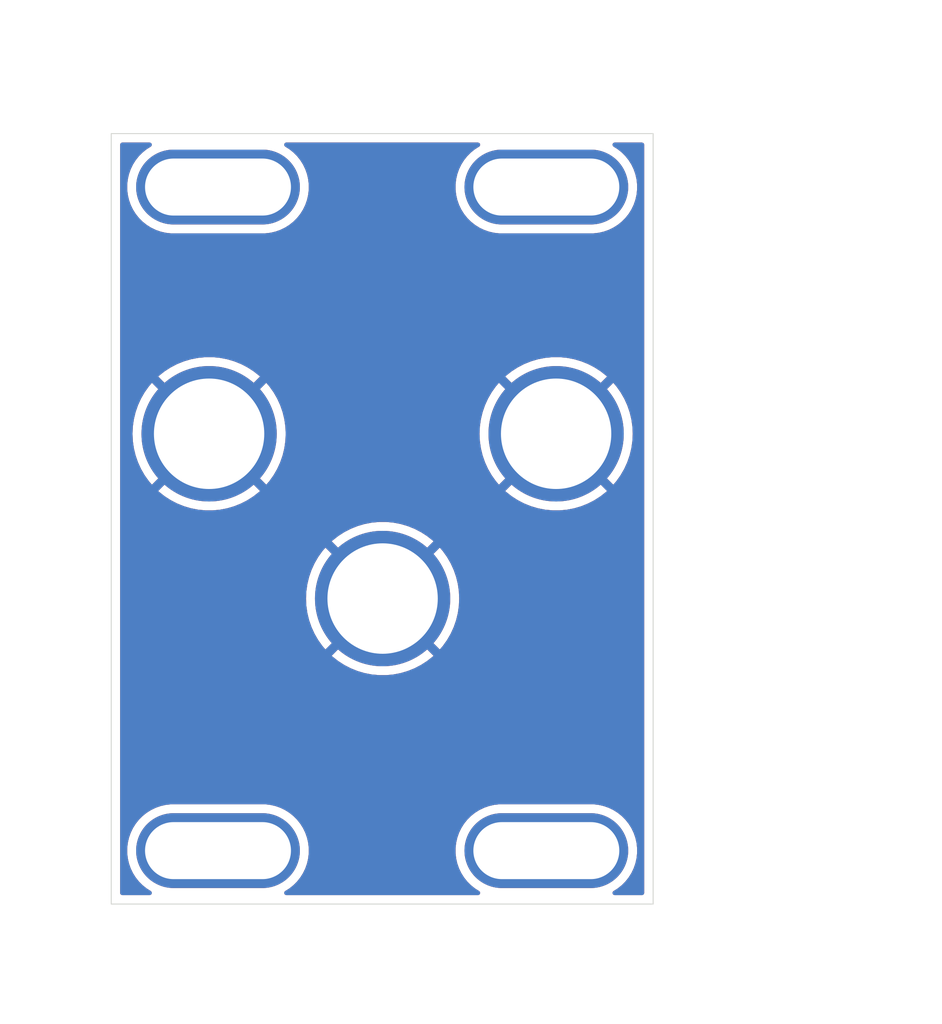
<source format=kicad_pcb>
(kicad_pcb (version 20240108) (generator "pcbnew") (generator_version "8.0")
  (layers (0 "F.Cu" signal) (31 "B.Cu" signal) (34 "B.Paste" user) (35 "F.Paste" user) (36 "B.SilkS" user "B.Silkscreen") (37 "F.SilkS" user "F.Silkscreen") (38 "B.Mask" user) (39 "F.Mask" user) (44 "Edge.Cuts" user))
  (net 0 "")
  (net 3 "GND")
  (footprint "Custom_FP:Wider_M3" (layer "F.Cu") (at 124.45 115.25)
    (property "Reference" "J6" (hide yes))
    (property "Value" "Screw_Terminal_01x01")
    (pad "1" thru_hole oval (at 0 0) (size 9.2 4.2) (drill oval 8.2 3.2) (layers "*.Cu" "*.Mask"))
  )
  (footprint "Custom_FP:JackHole_3.5mm" (layer "F.Cu") (at 105.5 91.85)
    (property "Reference" "J1" (hide yes))
    (property "Value" "Screw_Terminal_01x01")
    (pad "1" thru_hole circle (at 0 0) (size 7.6 7.6) (drill 6.2) (layers "*.Cu" "*.Mask") (net 3 "GND"))
  )
  (footprint "Custom_FP:Wider_M3" (layer "F.Cu") (at 124.45 78)
    (property "Reference" "J7" (hide yes))
    (property "Value" "Screw_Terminal_01x01")
    (pad "1" thru_hole oval (at 0 0) (size 9.2 4.2) (drill oval 8.2 3.2) (layers "*.Cu" "*.Mask"))
  )
  (footprint "Custom_FP:Wider_M3" (layer "F.Cu") (at 106 115.25)
    (property "Reference" "J5" (hide yes))
    (property "Value" "Screw_Terminal_01x01")
    (pad "1" thru_hole oval (at 0 0) (size 9.2 4.2) (drill oval 8.2 3.2) (layers "*.Cu" "*.Mask"))
  )
  (footprint "Custom_FP:Wider_M3" (layer "F.Cu") (at 106 78)
    (property "Reference" "J4" (hide yes))
    (property "Value" "Screw_Terminal_01x01")
    (pad "1" thru_hole oval (at 0 0) (size 9.2 4.2) (drill oval 8.2 3.2) (layers "*.Cu" "*.Mask"))
  )
  (footprint "Custom_FP:JackHole_3.5mm" (layer "F.Cu") (at 125 91.85)
    (property "Reference" "J3" (hide yes))
    (property "Value" "Screw_Terminal_01x01")
    (pad "1" thru_hole circle (at 0 0) (size 7.6 7.6) (drill 6.2) (layers "*.Cu" "*.Mask") (net 3 "GND"))
  )
  (footprint "Custom_FP:JackHole_3.5mm" (layer "F.Cu") (at 115.25 101.1)
    (property "Reference" "J2" (hide yes))
    (property "Value" "Screw_Terminal_01x01")
    (pad "1" thru_hole circle (at 0 0) (size 7.6 7.6) (drill 6.2) (layers "*.Cu" "*.Mask") (net 3 "GND"))
  )
  (gr_line (start 100 75) (end 100 118.25) (stroke (width 0.05)) (layer "Edge.Cuts"))
  (gr_line (start 130.45 75) (end 100 75) (stroke (width 0.05)) (layer "Edge.Cuts"))
  (gr_line (start 130.45 118.25) (end 130.45 75) (stroke (width 0.05)) (layer "Edge.Cuts"))
  (gr_line (start 100 118.25) (end 130.45 118.25) (stroke (width 0.05)) (layer "Edge.Cuts"))
  (zone (net 3) (net_name "GND") (layers "F&B.Cu") (connect_pads (clearance 0.5)) (min_thickness 0.25) (fill yes (thermal_gap 0.5) (thermal_bridge_width 0.5))
    (polygon (pts (xy 97.5 73.5) (xy 93.75 122.25) (xy 143.65 125) (xy 146.7 73) (xy 108.75 67.5)))
  )
)
</source>
